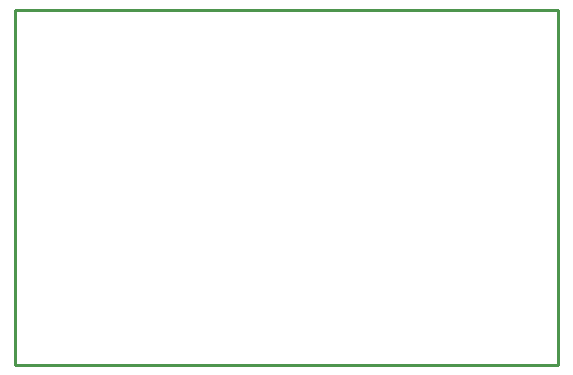
<source format=gko>
G04 Layer: BoardOutlineLayer*
G04 EasyEDA v6.4.31, 2022-03-03 13:31:49*
G04 40e5de87a7664572b24e6dd0e93d503d,d021fe9ff0164b2b908f64b513dd86bf,10*
G04 Gerber Generator version 0.2*
G04 Scale: 100 percent, Rotated: No, Reflected: No *
G04 Dimensions in millimeters *
G04 leading zeros omitted , absolute positions ,4 integer and 5 decimal *
%FSLAX45Y45*%
%MOMM*%

%ADD10C,0.2540*%
D10*
X700001Y6799999D02*
G01*
X5299999Y6799999D01*
X5299999Y3800000D01*
X700001Y3800000D01*
X700001Y6799999D01*

%LPD*%
M02*

</source>
